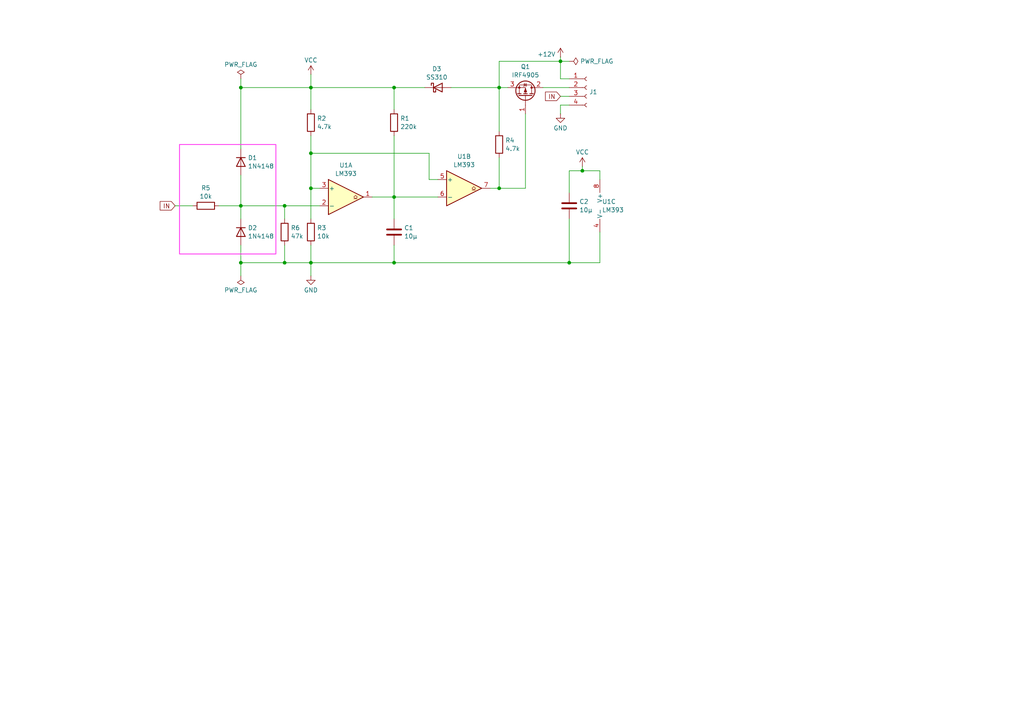
<source format=kicad_sch>
(kicad_sch (version 20231120) (generator "eeschema") (generator_version "8.0")
  (paper "A4")
  (lib_symbols
    (symbol "Comparator:LM393" (pin_names (offset 0.127))
      (property "Reference" "U" (at 3.81 3.81 0))
      (property "Value" "LM393" (at 6.35 -3.81 0))
      (symbol "LM393_1_1"
        (polyline (pts (xy -5.08 5.08) (xy 5.08 0) (xy -5.08 -5.08) (xy -5.08 5.08)) (stroke (width 0.254)) (fill (type background)))
        (polyline (pts (xy 3.302 -0.508) (xy 2.794 -0.508) (xy 3.302 0) (xy 2.794 0.508) (xy 2.286 0) (xy 2.794 -0.508) (xy 2.286 -0.508)) (stroke (width 0.127)))
        (pin open_collector line (at 7.62 0 180) (length 2.54) (name "~") (number "1"))
        (pin input line (at -7.62 -2.54 0) (length 2.54) (name "-") (number "2"))
        (pin input line (at -7.62 2.54 0) (length 2.54) (name "+") (number "3"))
      )
      (symbol "LM393_2_1"
        (polyline (pts (xy -5.08 5.08) (xy 5.08 0) (xy -5.08 -5.08) (xy -5.08 5.08)) (stroke (width 0.254)) (fill (type background)))
        (polyline (pts (xy 3.302 -0.508) (xy 2.794 -0.508) (xy 3.302 0) (xy 2.794 0.508) (xy 2.286 0) (xy 2.794 -0.508) (xy 2.286 -0.508)) (stroke (width 0.127)))
        (pin input line (at -7.62 2.54 0) (length 2.54) (name "+") (number "5"))
        (pin input line (at -7.62 -2.54 0) (length 2.54) (name "-") (number "6"))
        (pin open_collector line (at 7.62 0 180) (length 2.54) (name "~") (number "7"))
      )
      (symbol "LM393_3_1"
        (pin power_in line (at -2.54 -7.62 90) (length 3.81) (name "V-") (number "4"))
        (pin power_in line (at -2.54 7.62 270) (length 3.81) (name "V+") (number "8"))
      )
    )
    (symbol "Connector:Conn_01x04_Socket" (pin_names (offset 1.016) hide)
      (property "Reference" "J" (at 0 5.08 0))
      (property "Value" "Conn_01x04_Socket" (at 0 -7.62 0))
      (symbol "Conn_01x04_Socket_1_1"
        (arc (start 0 -4.572) (mid -0.5058 -5.08) (end 0 -5.588) (stroke (width 0.1524)))
        (arc (start 0 -2.032) (mid -0.5058 -2.54) (end 0 -3.048) (stroke (width 0.1524)))
        (polyline (pts (xy -1.27 -5.08) (xy -0.508 -5.08)) (stroke (width 0.1524)))
        (polyline (pts (xy -1.27 -2.54) (xy -0.508 -2.54)) (stroke (width 0.1524)))
        (polyline (pts (xy -1.27 0) (xy -0.508 0)) (stroke (width 0.1524)))
        (polyline (pts (xy -1.27 2.54) (xy -0.508 2.54)) (stroke (width 0.1524)))
        (arc (start 0 0.508) (mid -0.5058 0) (end 0 -0.508) (stroke (width 0.1524)))
        (arc (start 0 3.048) (mid -0.5058 2.54) (end 0 2.032) (stroke (width 0.1524)))
        (pin passive line (at -5.08 2.54 0) (length 3.81) (name "Pin_1") (number "1"))
        (pin passive line (at -5.08 0 0) (length 3.81) (name "Pin_2") (number "2"))
        (pin passive line (at -5.08 -2.54 0) (length 3.81) (name "Pin_3") (number "3"))
        (pin passive line (at -5.08 -5.08 0) (length 3.81) (name "Pin_4") (number "4"))
      )
    )
    (symbol "Device:C" (pin_numbers hide) (pin_names (offset 0.254))
      (property "Reference" "C" (at 0.635 2.54 0))
      (property "Value" "C" (at 0.635 -2.54 0))
      (symbol "C_0_1"
        (polyline (pts (xy -2.032 -0.762) (xy 2.032 -0.762)) (stroke (width 0.508)))
        (polyline (pts (xy -2.032 0.762) (xy 2.032 0.762)) (stroke (width 0.508)))
      )
      (symbol "C_1_1"
        (pin passive line (at 0 3.81 270) (length 2.794) (name "~") (number "1"))
        (pin passive line (at 0 -3.81 90) (length 2.794) (name "~") (number "2"))
      )
    )
    (symbol "Device:R" (pin_numbers hide) (pin_names (offset 0))
      (property "Reference" "R" (at 2.032 0 90))
      (property "Value" "R" (at 0 0 90))
      (symbol "R_0_1"
        (rectangle (start -1.016 -2.54) (end 1.016 2.54) (stroke (width 0.254)))
      )
      (symbol "R_1_1"
        (pin passive line (at 0 3.81 270) (length 1.27) (name "~") (number "1"))
        (pin passive line (at 0 -3.81 90) (length 1.27) (name "~") (number "2"))
      )
    )
    (symbol "Diode:1N4148" (pin_numbers hide) (pin_names hide)
      (property "Reference" "D" (at 0 2.54 0))
      (property "Value" "1N4148" (at 0 -2.54 0))
      (symbol "1N4148_0_1"
        (polyline (pts (xy -1.27 1.27) (xy -1.27 -1.27)) (stroke (width 0.254)))
        (polyline (pts (xy 1.27 0) (xy -1.27 0)))
        (polyline (pts (xy 1.27 1.27) (xy 1.27 -1.27) (xy -1.27 0) (xy 1.27 1.27)) (stroke (width 0.254)))
      )
      (symbol "1N4148_1_1"
        (pin passive line (at -3.81 0 0) (length 2.54) (name "K") (number "1"))
        (pin passive line (at 3.81 0 180) (length 2.54) (name "A") (number "2"))
      )
    )
    (symbol "Diode:SS310" (pin_numbers hide) (pin_names (offset 1.016) hide)
      (property "Reference" "D" (at 0 2.54 0))
      (property "Value" "SS310" (at 0 -2.54 0))
      (symbol "SS310_0_1"
        (polyline (pts (xy 1.27 0) (xy -1.27 0)))
        (polyline (pts (xy 1.27 1.27) (xy 1.27 -1.27) (xy -1.27 0) (xy 1.27 1.27)) (stroke (width 0.254)))
        (polyline (pts (xy -1.905 0.635) (xy -1.905 1.27) (xy -1.27 1.27) (xy -1.27 -1.27) (xy -0.635 -1.27) (xy -0.635 -0.635)) (stroke (width 0.254)))
      )
      (symbol "SS310_1_1"
        (pin passive line (at -3.81 0 0) (length 2.54) (name "K") (number "1"))
        (pin passive line (at 3.81 0 180) (length 2.54) (name "A") (number "2"))
      )
    )
    (symbol "Transistor_FET:IRF4905" (pin_names hide)
      (property "Reference" "Q" (at 5.08 1.905 0))
      (property "Value" "IRF4905" (at 5.08 0 0))
      (symbol "IRF4905_0_1"
        (polyline (pts (xy 0.254 0) (xy -2.54 0)))
        (polyline (pts (xy 0.254 1.905) (xy 0.254 -1.905)) (stroke (width 0.254)))
        (polyline (pts (xy 0.762 -1.27) (xy 0.762 -2.286)) (stroke (width 0.254)))
        (polyline (pts (xy 0.762 0.508) (xy 0.762 -0.508)) (stroke (width 0.254)))
        (polyline (pts (xy 0.762 2.286) (xy 0.762 1.27)) (stroke (width 0.254)))
        (polyline (pts (xy 2.54 2.54) (xy 2.54 1.778)))
        (polyline (pts (xy 2.54 -2.54) (xy 2.54 0) (xy 0.762 0)))
        (polyline (pts (xy 0.762 1.778) (xy 3.302 1.778) (xy 3.302 -1.778) (xy 0.762 -1.778)))
        (polyline (pts (xy 2.286 0) (xy 1.27 0.381) (xy 1.27 -0.381) (xy 2.286 0)) (fill (type outline)))
        (polyline (pts (xy 2.794 -0.508) (xy 2.921 -0.381) (xy 3.683 -0.381) (xy 3.81 -0.254)))
        (polyline (pts (xy 3.302 -0.381) (xy 2.921 0.254) (xy 3.683 0.254) (xy 3.302 -0.381)))
        (circle (center 1.651 0) (radius 2.794) (stroke (width 0.254)))
        (circle (center 2.54 -1.778) (radius 0.254) (fill (type outline)))
        (circle (center 2.54 1.778) (radius 0.254) (fill (type outline)))
      )
      (symbol "IRF4905_1_1"
        (pin input line (at -5.08 0 0) (length 2.54) (name "G") (number "1"))
        (pin passive line (at 2.54 5.08 270) (length 2.54) (name "D") (number "2"))
        (pin passive line (at 2.54 -5.08 90) (length 2.54) (name "S") (number "3"))
      )
    )
    (symbol "power:+12V" (power) (pin_numbers hide) (pin_names (offset 0) hide)
      (property "Value" "+12V" (at 0 3.556 0))
      (symbol "+12V_0_1"
        (polyline (pts (xy -0.762 1.27) (xy 0 2.54)))
        (polyline (pts (xy 0 0) (xy 0 2.54)))
        (polyline (pts (xy 0 2.54) (xy 0.762 1.27)))
      )
      (symbol "+12V_1_1"
        (pin power_in line (at 0 0 90) (length 0) (name "~") (number "1"))
      )
    )
    (symbol "power:GND" (power) (pin_numbers hide) (pin_names (offset 0) hide)
      (property "Value" "GND" (at 0 -3.81 0))
      (symbol "GND_0_1"
        (polyline (pts (xy 0 0) (xy 0 -1.27) (xy 1.27 -1.27) (xy 0 -2.54) (xy -1.27 -1.27) (xy 0 -1.27)))
      )
      (symbol "GND_1_1"
        (pin power_in line (at 0 0 270) (length 0) (name "~") (number "1"))
      )
    )
    (symbol "power:PWR_FLAG" (power) (pin_numbers hide) (pin_names (offset 0) hide)
      (property "Value" "PWR_FLAG" (at 0 3.81 0))
      (symbol "PWR_FLAG_0_0"
        (pin power_out line (at 0 0 90) (length 0) (name "~") (number "1"))
      )
      (symbol "PWR_FLAG_0_1"
        (polyline (pts (xy 0 0) (xy 0 1.27) (xy -1.016 1.905) (xy 0 2.54) (xy 1.016 1.905) (xy 0 1.27)))
      )
    )
  )
  (junction (at 69.85 76.2))
  (junction (at 69.85 59.69))
  (junction (at 114.3 76.2))
  (junction (at 114.3 57.15))
  (junction (at 114.3 25.4))
  (junction (at 69.85 25.4))
  (junction (at 90.17 44.45))
  (junction (at 165.1 76.2))
  (junction (at 144.78 25.4))
  (junction (at 90.17 76.2))
  (junction (at 162.56 17.78))
  (junction (at 168.91 49.53))
  (junction (at 90.17 54.61))
  (junction (at 82.55 59.69))
  (junction (at 144.78 54.61))
  (junction (at 90.17 25.4))
  (junction (at 82.55 76.2))
  (wire (pts (xy 69.85 25.4) (xy 90.17 25.4)))
  (wire (pts (xy 124.46 52.07) (xy 124.46 44.45)))
  (wire (pts (xy 82.55 59.69) (xy 92.71 59.69)))
  (wire (pts (xy 142.24 54.61) (xy 144.78 54.61)))
  (wire (pts (xy 82.55 59.69) (xy 82.55 63.5)))
  (wire (pts (xy 130.81 25.4) (xy 144.78 25.4)))
  (wire (pts (xy 162.56 17.78) (xy 165.1 17.78)))
  (wire (pts (xy 144.78 25.4) (xy 144.78 38.1)))
  (wire (pts (xy 165.1 49.53) (xy 165.1 55.88)))
  (wire (pts (xy 69.85 59.69) (xy 82.55 59.69)))
  (wire (pts (xy 69.85 76.2) (xy 69.85 80.01)))
  (wire (pts (xy 107.95 57.15) (xy 114.3 57.15)))
  (wire (pts (xy 144.78 25.4) (xy 147.32 25.4)))
  (wire (pts (xy 90.17 25.4) (xy 114.3 25.4)))
  (wire (pts (xy 168.91 49.53) (xy 165.1 49.53)))
  (wire (pts (xy 114.3 76.2) (xy 114.3 71.12)))
  (wire (pts (xy 69.85 50.8) (xy 69.85 59.69)))
  (wire (pts (xy 157.48 25.4) (xy 165.1 25.4)))
  (wire (pts (xy 82.55 71.12) (xy 82.55 76.2)))
  (wire (pts (xy 114.3 57.15) (xy 127 57.15)))
  (wire (pts (xy 124.46 44.45) (xy 90.17 44.45)))
  (wire (pts (xy 69.85 22.86) (xy 69.85 25.4)))
  (wire (pts (xy 90.17 44.45) (xy 90.17 54.61)))
  (wire (pts (xy 90.17 25.4) (xy 90.17 31.75)))
  (wire (pts (xy 90.17 76.2) (xy 82.55 76.2)))
  (wire (pts (xy 69.85 25.4) (xy 69.85 43.18)))
  (wire (pts (xy 90.17 76.2) (xy 90.17 80.01)))
  (wire (pts (xy 144.78 45.72) (xy 144.78 54.61)))
  (wire (pts (xy 152.4 54.61) (xy 152.4 33.02)))
  (wire (pts (xy 114.3 39.37) (xy 114.3 57.15)))
  (wire (pts (xy 162.56 27.94) (xy 165.1 27.94)))
  (wire (pts (xy 173.99 49.53) (xy 168.91 49.53)))
  (wire (pts (xy 90.17 54.61) (xy 92.71 54.61)))
  (wire (pts (xy 114.3 25.4) (xy 114.3 31.75)))
  (wire (pts (xy 165.1 76.2) (xy 173.99 76.2)))
  (wire (pts (xy 168.91 48.26) (xy 168.91 49.53)))
  (wire (pts (xy 90.17 54.61) (xy 90.17 63.5)))
  (wire (pts (xy 173.99 67.31) (xy 173.99 76.2)))
  (wire (pts (xy 144.78 17.78) (xy 162.56 17.78)))
  (wire (pts (xy 165.1 63.5) (xy 165.1 76.2)))
  (wire (pts (xy 69.85 76.2) (xy 82.55 76.2)))
  (wire (pts (xy 90.17 39.37) (xy 90.17 44.45)))
  (wire (pts (xy 114.3 57.15) (xy 114.3 63.5)))
  (wire (pts (xy 90.17 76.2) (xy 114.3 76.2)))
  (wire (pts (xy 144.78 54.61) (xy 152.4 54.61)))
  (wire (pts (xy 114.3 76.2) (xy 165.1 76.2)))
  (wire (pts (xy 50.8 59.69) (xy 55.88 59.69)))
  (wire (pts (xy 144.78 25.4) (xy 144.78 17.78)))
  (wire (pts (xy 90.17 21.59) (xy 90.17 25.4)))
  (wire (pts (xy 162.56 22.86) (xy 162.56 17.78)))
  (wire (pts (xy 69.85 59.69) (xy 69.85 63.5)))
  (wire (pts (xy 165.1 30.48) (xy 162.56 30.48)))
  (wire (pts (xy 127 52.07) (xy 124.46 52.07)))
  (wire (pts (xy 162.56 30.48) (xy 162.56 33.02)))
  (wire (pts (xy 162.56 17.78) (xy 162.56 16.51)))
  (wire (pts (xy 63.5 59.69) (xy 69.85 59.69)))
  (wire (pts (xy 114.3 25.4) (xy 123.19 25.4)))
  (wire (pts (xy 90.17 71.12) (xy 90.17 76.2)))
  (wire (pts (xy 69.85 71.12) (xy 69.85 76.2)))
  (wire (pts (xy 165.1 22.86) (xy 162.56 22.86)))
  (wire (pts (xy 173.99 52.07) (xy 173.99 49.53)))
  (rectangle (start 52.07 41.91) (end 80.01 73.66) (stroke (width 0.254) (color 255 63 242 1)))
  (global_label "IN" (shape input) (at 50.8 59.69 180) (property "Intersheetrefs" "${INTERSHEET_REFS}" (effects (hide yes))))
  (global_label "IN" (shape input) (at 162.56 27.94 180) (property "Intersheetrefs" "${INTERSHEET_REFS}" (effects (hide yes))))
  (symbol (lib_id "power:+12V") (at 90.17 21.59 0) (unit 1)
    (property "Reference" "#PWR02" (effects (hide yes)))
    (property "Value" "VCC" (at 90.17 17.4569 0))
    (property "Description" "Power symbol creates a global label with name \"+12V\"" (effects (hide yes)))
  )
  (symbol (lib_id "Comparator:LM393") (at 100.33 57.15 0) (unit 1)
    (property "Reference" "U1" (at 100.33 47.9255 0))
    (property "Value" "LM393" (at 100.33 50.3498 0))
    (property "Footprint" "Package_SO:SOIC-8_3.9x4.9mm_P1.27mm" (effects (hide yes)))
    (property "Datasheet" "http://www.ti.com/lit/ds/symlink/lm393.pdf" (effects (hide yes)))
    (property "Description" "Low-Power, Low-Offset Voltage, Dual Comparators, DIP-8/SOIC-8/TO-99-8" (effects (hide yes)))
  )
  (symbol (lib_id "Comparator:LM393") (at 176.53 59.69 0) (unit 3)
    (property "Reference" "U1" (at 174.625 58.4778 0) (effects (justify left)))
    (property "Value" "LM393" (at 174.625 60.9021 0) (effects (justify left)))
    (property "Footprint" "Package_SO:SOIC-8_3.9x4.9mm_P1.27mm" (effects (hide yes)))
    (property "Datasheet" "http://www.ti.com/lit/ds/symlink/lm393.pdf" (effects (hide yes)))
    (property "Description" "Low-Power, Low-Offset Voltage, Dual Comparators, DIP-8/SOIC-8/TO-99-8" (effects (hide yes)))
  )
  (symbol (lib_id "Device:R") (at 82.55 67.31 0) (unit 1)
    (property "Reference" "R6" (at 84.328 66.0978 0) (effects (justify left)))
    (property "Value" "47k" (at 84.328 68.5221 0) (effects (justify left)))
    (property "Footprint" "Resistor_SMD:R_0805_2012Metric_Pad1.20x1.40mm_HandSolder" (effects (hide yes)))
    (property "Description" "Resistor" (effects (hide yes)))
  )
  (symbol (lib_id "power:PWR_FLAG") (at 69.85 22.86 0) (unit 1)
    (property "Reference" "#FLG01" (effects (hide yes)))
    (property "Value" "PWR_FLAG" (at 69.85 18.7269 0))
    (property "Description" "Special symbol for telling ERC where power comes from" (effects (hide yes)))
  )
  (symbol (lib_id "power:GND") (at 162.56 33.02 0) (unit 1)
    (property "Reference" "#PWR05" (effects (hide yes)))
    (property "Value" "GND" (at 162.56 37.1531 0))
    (property "Description" "Power symbol creates a global label with name \"GND\" , ground" (effects (hide yes)))
  )
  (symbol (lib_id "Diode:1N4148") (at 69.85 46.99 270) (unit 1)
    (property "Reference" "D1" (at 71.882 45.7778 90) (effects (justify left)))
    (property "Value" "1N4148" (at 71.882 48.2021 90) (effects (justify left)))
    (property "Footprint" "Diode_SMD:D_MiniMELF" (effects (hide yes)))
    (property "Datasheet" "https://assets.nexperia.com/documents/data-sheet/1N4148_1N4448.pdf" (effects (hide yes)))
    (property "Description" "100V 0.15A standard switching diode, DO-35" (effects (hide yes)))
    (property "Sim.Device" "D" (effects (hide yes)))
    (property "Sim.Pins" "1=K 2=A" (effects (hide yes)))
  )
  (symbol (lib_id "Device:R") (at 144.78 41.91 0) (unit 1)
    (property "Reference" "R4" (at 146.558 40.6978 0) (effects (justify left)))
    (property "Value" "4.7k" (at 146.558 43.1221 0) (effects (justify left)))
    (property "Footprint" "Resistor_SMD:R_0805_2012Metric_Pad1.20x1.40mm_HandSolder" (effects (hide yes)))
    (property "Description" "Resistor" (effects (hide yes)))
  )
  (symbol (lib_id "Device:C") (at 165.1 59.69 0) (unit 1)
    (property "Reference" "C2" (at 168.021 58.4778 0) (effects (justify left)))
    (property "Value" "10µ" (at 168.021 60.9021 0) (effects (justify left)))
    (property "Footprint" "Capacitor_SMD:C_1206_3216Metric_Pad1.33x1.80mm_HandSolder" (effects (hide yes)))
    (property "Description" "Unpolarized capacitor" (effects (hide yes)))
  )
  (symbol (lib_id "Device:R") (at 59.69 59.69 90) (unit 1)
    (property "Reference" "R5" (at 59.69 54.5295 90))
    (property "Value" "10k" (at 59.69 56.9538 90))
    (property "Footprint" "Resistor_SMD:R_0805_2012Metric_Pad1.20x1.40mm_HandSolder" (effects (hide yes)))
    (property "Description" "Resistor" (effects (hide yes)))
  )
  (symbol (lib_id "Diode:1N4148") (at 69.85 67.31 270) (unit 1)
    (property "Reference" "D2" (at 71.882 66.0978 90) (effects (justify left)))
    (property "Value" "1N4148" (at 71.882 68.5221 90) (effects (justify left)))
    (property "Footprint" "Diode_SMD:D_MiniMELF" (effects (hide yes)))
    (property "Datasheet" "https://assets.nexperia.com/documents/data-sheet/1N4148_1N4448.pdf" (effects (hide yes)))
    (property "Description" "100V 0.15A standard switching diode, DO-35" (effects (hide yes)))
    (property "Sim.Device" "D" (effects (hide yes)))
    (property "Sim.Pins" "1=K 2=A" (effects (hide yes)))
  )
  (symbol (lib_id "Device:R") (at 90.17 35.56 0) (unit 1)
    (property "Reference" "R2" (at 91.948 34.3478 0) (effects (justify left)))
    (property "Value" "4.7k" (at 91.948 36.7721 0) (effects (justify left)))
    (property "Footprint" "Resistor_SMD:R_0805_2012Metric_Pad1.20x1.40mm_HandSolder" (effects (hide yes)))
    (property "Description" "Resistor" (effects (hide yes)))
  )
  (symbol (lib_id "power:PWR_FLAG") (at 165.1 17.78 270) (unit 1)
    (property "Reference" "#FLG03" (effects (hide yes)))
    (property "Value" "PWR_FLAG" (at 168.275 17.78 90) (effects (justify left)))
    (property "Description" "Special symbol for telling ERC where power comes from" (effects (hide yes)))
  )
  (symbol (lib_id "Transistor_FET:IRF4905") (at 152.4 27.94 270) (mirror x) (unit 1)
    (property "Reference" "Q1" (at 152.4 19.3505 90))
    (property "Value" "IRF4905" (at 152.4 21.7748 90))
    (property "Footprint" "Package_TO_SOT_SMD:TO-263-3_TabPin2" (effects (hide yes)))
    (property "Datasheet" "http://www.infineon.com/dgdl/irf4905.pdf?fileId=5546d462533600a4015355e32165197c" (effects (hide yes)))
    (property "Description" "-74A Id, -55V Vds, Single P-Channel HEXFET Power MOSFET, 20mOhm Ron, TO-220AB" (effects (hide yes)))
  )
  (symbol (lib_id "Comparator:LM393") (at 134.62 54.61 0) (unit 2)
    (property "Reference" "U1" (at 134.62 45.3855 0))
    (property "Value" "LM393" (at 134.62 47.8098 0))
    (property "Footprint" "Package_SO:SOIC-8_3.9x4.9mm_P1.27mm" (effects (hide yes)))
    (property "Datasheet" "http://www.ti.com/lit/ds/symlink/lm393.pdf" (effects (hide yes)))
    (property "Description" "Low-Power, Low-Offset Voltage, Dual Comparators, DIP-8/SOIC-8/TO-99-8" (effects (hide yes)))
  )
  (symbol (lib_id "power:GND") (at 90.17 80.01 0) (unit 1)
    (property "Reference" "#PWR01" (effects (hide yes)))
    (property "Value" "GND" (at 90.17 84.1431 0))
    (property "Description" "Power symbol creates a global label with name \"GND\" , ground" (effects (hide yes)))
  )
  (symbol (lib_id "Device:C") (at 114.3 67.31 0) (unit 1)
    (property "Reference" "C1" (at 117.221 66.0978 0) (effects (justify left)))
    (property "Value" "10µ" (at 117.221 68.5221 0) (effects (justify left)))
    (property "Footprint" "Capacitor_SMD:C_1206_3216Metric_Pad1.33x1.80mm_HandSolder" (effects (hide yes)))
    (property "Description" "Unpolarized capacitor" (effects (hide yes)))
  )
  (symbol (lib_id "Diode:SS310") (at 127 25.4 0) (unit 1)
    (property "Reference" "D3" (at 126.6825 19.9855 0))
    (property "Value" "SS310" (at 126.6825 22.4098 0))
    (property "Footprint" "Diode_SMD:D_SMA" (effects (hide yes)))
    (property "Datasheet" "https://www.microdiode.com/uploadfiles//PDF/SS32-THRU-SS3200-SMA.pdf" (effects (hide yes)))
    (property "Description" "100V 3A Schottky Diode, SMA" (effects (hide yes)))
  )
  (symbol (lib_id "Connector:Conn_01x04_Socket") (at 170.18 25.4 0) (unit 1)
    (property "Reference" "J1" (at 170.8912 26.67 0) (effects (justify left)))
    (property "Value" "Conn_01x04_Socket" (effects (hide yes)))
    (property "Footprint" "TerminalBlock_Altech:Altech_AK100_1x04_P5.00mm" (effects (hide yes)))
    (property "Description" "Generic connector, single row, 01x04, script generated" (effects (hide yes)))
  )
  (symbol (lib_id "power:+12V") (at 168.91 48.26 0) (unit 1)
    (property "Reference" "#PWR03" (effects (hide yes)))
    (property "Value" "VCC" (at 168.91 44.1269 0))
    (property "Description" "Power symbol creates a global label with name \"+12V\"" (effects (hide yes)))
  )
  (symbol (lib_id "Device:R") (at 90.17 67.31 0) (unit 1)
    (property "Reference" "R3" (at 91.948 66.0978 0) (effects (justify left)))
    (property "Value" "10k" (at 91.948 68.5221 0) (effects (justify left)))
    (property "Footprint" "Resistor_SMD:R_0805_2012Metric_Pad1.20x1.40mm_HandSolder" (effects (hide yes)))
    (property "Description" "Resistor" (effects (hide yes)))
  )
  (symbol (lib_id "power:+12V") (at 162.56 16.51 0) (unit 1)
    (property "Reference" "#PWR04" (effects (hide yes)))
    (property "Value" "+12V" (at 158.496 15.748 0))
    (property "Description" "Power symbol creates a global label with name \"+12V\"" (effects (hide yes)))
  )
  (symbol (lib_id "Device:R") (at 114.3 35.56 0) (unit 1)
    (property "Reference" "R1" (at 116.078 34.3478 0) (effects (justify left)))
    (property "Value" "220k" (at 116.078 36.7721 0) (effects (justify left)))
    (property "Footprint" "Resistor_SMD:R_0805_2012Metric_Pad1.20x1.40mm_HandSolder" (effects (hide yes)))
    (property "Description" "Resistor" (effects (hide yes)))
  )
  (symbol (lib_id "power:PWR_FLAG") (at 69.85 80.01 180) (unit 1)
    (property "Reference" "#FLG02" (effects (hide yes)))
    (property "Value" "PWR_FLAG" (at 69.85 84.1431 0))
    (property "Description" "Special symbol for telling ERC where power comes from" (effects (hide yes)))
  )
)
</source>
